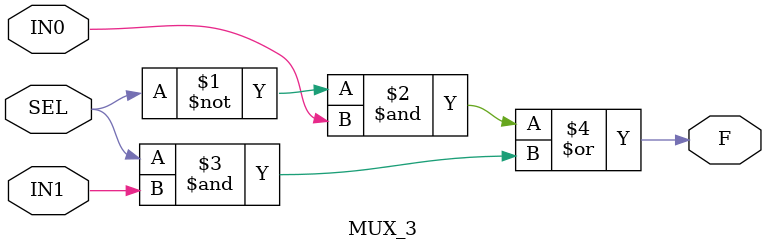
<source format=v>
module MUX_3
( 
  IN0, 
  IN1,
  SEL, 
  F 
);
  input IN0, IN1, SEL;
  output F;
  assign F  = (~SEL&IN0)|(SEL&IN1);
endmodule
</source>
